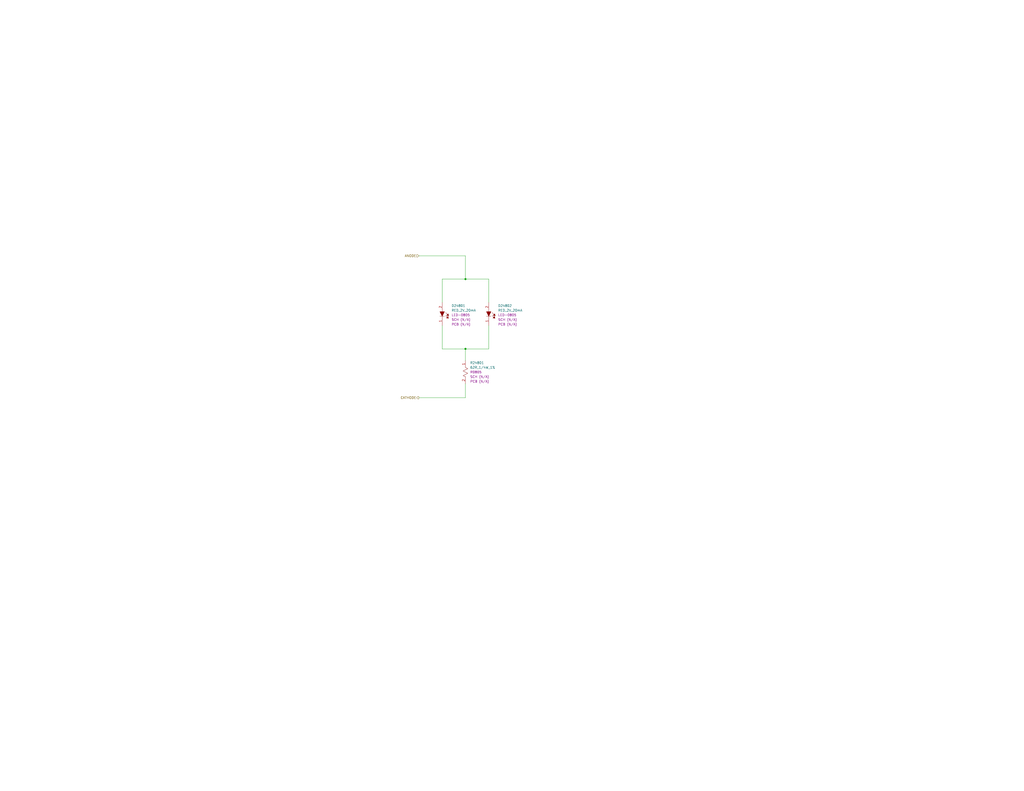
<source format=kicad_sch>
(kicad_sch (version 20231120) (generator "eeschema") (generator_version "8.0")
  (paper "C")
  (lib_symbols
    (symbol "_SCHLIB_Mini-Scoreboard:DIODE_LED_RED_2V_20mA_624nm_LED-0805"
      (property "Reference" "D" (at 3.556 4.064 0))
      (property "Value" "RED_2V_20mA" (at 3.81 6.604 0))
      (property "Package" "LED-0805" (at 3.81 35.306 0))
      (property "SCH CHECK" "SCH (N/A)" (at 3.81 29.972 0))
      (property "PCB CHECK" "PCB (N/A)" (at 3.81 32.512 0))
      (symbol "DIODE_LED_RED_2V_20mA_624nm_LED-0805_0_1"
        (polyline (pts (xy 5.588 1.905) (xy 6.604 2.794)))
        (polyline (pts (xy 7.239 1.905) (xy 8.001 2.667)))
        (polyline (pts (xy 7.62 -1.27) (xy 7.62 1.27)))
        (polyline (pts (xy 5.08 1.27) (xy 5.08 -1.27) (xy 7.62 0) (xy 5.08 1.27)) (fill (type outline)))
        (polyline (pts (xy 6.223 3.302) (xy 7.112 2.413) (xy 7.366 3.556) (xy 6.223 3.302)) (fill (type outline)))
        (polyline (pts (xy 7.62 3.175) (xy 8.509 2.286) (xy 8.763 3.429) (xy 7.62 3.175)) (fill (type outline)))
      )
      (symbol "DIODE_LED_RED_2V_20mA_624nm_LED-0805_1_1"
        (pin passive line (at 12.7 0 180) (length 5.08) (name "") (number "1"))
        (pin passive line (at 0 0 0) (length 5.08) (name "") (number "2"))
      )
    )
    (symbol "_SCHLIB_Mini-Scoreboard:RES_62R_1/4W_1%_R0805"
      (property "Reference" "R" (at 3.556 4.064 0))
      (property "Value" "62R_1/4W_1%" (at 3.81 6.604 0))
      (property "Package" "R0805" (at 3.81 35.306 0))
      (property "SCH CHECK" "SCH (N/A)" (at 3.81 29.972 0))
      (property "PCB CHECK" "PCB (N/A)" (at 3.81 32.512 0))
      (symbol "RES_62R_1/4W_1%_R0805_0_0"
        (polyline (pts (xy 3.81 0) (xy 4.445 1.27) (xy 5.715 -1.27) (xy 6.985 1.27) (xy 8.255 -1.27) (xy 8.89 0)))
      )
      (symbol "RES_62R_1/4W_1%_R0805_1_1"
        (pin passive line (at 0 0 0) (length 3.81) (name "") (number "1"))
        (pin passive line (at 12.7 0 180) (length 3.81) (name "") (number "2"))
      )
    )
  )
  (junction (at 254 190.5))
  (junction (at 254 152.4))
  (wire (pts (xy 254 190.5) (xy 254 196.85)))
  (wire (pts (xy 228.6 139.7) (xy 254 139.7)))
  (wire (pts (xy 266.7 177.8) (xy 266.7 190.5)))
  (wire (pts (xy 241.3 152.4) (xy 254 152.4)))
  (wire (pts (xy 266.7 190.5) (xy 254 190.5)))
  (wire (pts (xy 228.6 217.17) (xy 254 217.17)))
  (wire (pts (xy 266.7 152.4) (xy 266.7 165.1)))
  (wire (pts (xy 254 190.5) (xy 241.3 190.5)))
  (wire (pts (xy 254 152.4) (xy 266.7 152.4)))
  (wire (pts (xy 254 139.7) (xy 254 152.4)))
  (wire (pts (xy 241.3 165.1) (xy 241.3 152.4)))
  (wire (pts (xy 254 217.17) (xy 254 209.55)))
  (wire (pts (xy 241.3 177.8) (xy 241.3 190.5)))
  (hierarchical_label "ANODE" (shape input) (at 228.6 139.7 180))
  (hierarchical_label "CATHODE" (shape output) (at 228.6 217.17 180))
  (symbol (lib_id "_SCHLIB_Mini-Scoreboard:DIODE_LED_RED_2V_20mA_624nm_LED-0805") (at 241.3 165.1 270) (unit 1)
    (property "Reference" "D24801" (at 246.38 166.9414 90) (effects (justify left)))
    (property "Value" "RED_2V_20mA" (at 246.38 169.4814 90) (effects (justify left)))
    (property "Footprint" "LED_SMD:LED_0805_2012Metric" (effects (hide yes)))
    (property "Datasheet" "https://mm.digikey.com/Volume0/opasdata/d220001/medias/docus/3750/B1701USD-20D000114U1930.pdf" (effects (hide yes)))
    (property "Description" "Red 624nm LED Indication - Discrete 2V 0805 (2012 Metric)" (effects (hide yes)))
    (property "Package" "LED-0805" (at 246.38 172.0214 90) (effects (justify left)))
    (property "Part Number (Manufacturer)" "B1701USD-20D000114U1930" (effects (hide yes)))
    (property "Manufacturer" "Harvatek Corporation" (effects (hide yes)))
    (property "Part Number (Vendor)" "3147-B1701USD-20D000114U1930TR-ND" (effects (hide yes)))
    (property "Vendor" "Digikey" (effects (hide yes)))
    (property "Purchase Link" "https://www.digikey.ca/en/products/detail/harvatek-corporation/B1701USD-20D000114U1930/16671746" (effects (hide yes)))
    (property "SCH CHECK" "SCH (N/A)" (at 246.38 174.5614 90) (effects (justify left)))
    (property "PCB CHECK" "PCB (N/A)" (at 246.38 177.1014 90) (effects (justify left)))
    (instances (project "_HW_Mini-Scoreboard" (path "" (reference "D24801") (unit 1)) (path "" (reference "D25501") (unit 1)) (path "" (reference "D25201") (unit 1)) (path "" (reference "D24901") (unit 1)) (path "" (reference "D25901") (unit 1)) (path "" (reference "D25601") (unit 1)) (path "" (reference "D26001") (unit 1)) (path "" (reference "D25701") (unit 1)) (path "" (reference "D26101") (unit 1)) (path "" (reference "D25801") (unit 1)) (path "" (reference "D25301") (unit 1)) (path "" (reference "D25001") (unit 1)) (path "" (reference "D25401") (unit 1)) (path "" (reference "D25101") (unit 1)) (path "" (reference "D13901") (unit 1)) (path "" (reference "D14301") (unit 1)) (path "" (reference "D13601") (unit 1)) (path "" (reference "D13701") (unit 1)) (path "" (reference "D14601") (unit 1)) (path "" (reference "D14101") (unit 1)) (path "" (reference "D14501") (unit 1)) (path "" (reference "D14201") (unit 1)) (path "" (reference "D14401") (unit 1)) (path "" (reference "D14001") (unit 1)) (path "" (reference "D13401") (unit 1)) (path "" (reference "D13301") (unit 1)) (path "" (reference "D13501") (unit 1)) (path "" (reference "D13801") (unit 1))))
  )
  (symbol (lib_id "_SCHLIB_Mini-Scoreboard:DIODE_LED_RED_2V_20mA_624nm_LED-0805") (at 266.7 165.1 270) (unit 1)
    (property "Reference" "D24802" (at 271.78 166.9414 90) (effects (justify left)))
    (property "Value" "RED_2V_20mA" (at 271.78 169.4814 90) (effects (justify left)))
    (property "Footprint" "LED_SMD:LED_0805_2012Metric" (effects (hide yes)))
    (property "Datasheet" "https://mm.digikey.com/Volume0/opasdata/d220001/medias/docus/3750/B1701USD-20D000114U1930.pdf" (effects (hide yes)))
    (property "Description" "Red 624nm LED Indication - Discrete 2V 0805 (2012 Metric)" (effects (hide yes)))
    (property "Package" "LED-0805" (at 271.78 172.0214 90) (effects (justify left)))
    (property "Part Number (Manufacturer)" "B1701USD-20D000114U1930" (effects (hide yes)))
    (property "Manufacturer" "Harvatek Corporation" (effects (hide yes)))
    (property "Part Number (Vendor)" "3147-B1701USD-20D000114U1930TR-ND" (effects (hide yes)))
    (property "Vendor" "Digikey" (effects (hide yes)))
    (property "Purchase Link" "https://www.digikey.ca/en/products/detail/harvatek-corporation/B1701USD-20D000114U1930/16671746" (effects (hide yes)))
    (property "SCH CHECK" "SCH (N/A)" (at 271.78 174.5614 90) (effects (justify left)))
    (property "PCB CHECK" "PCB (N/A)" (at 271.78 177.1014 90) (effects (justify left)))
    (instances (project "_HW_Mini-Scoreboard" (path "" (reference "D24802") (unit 1)) (path "" (reference "D25502") (unit 1)) (path "" (reference "D25202") (unit 1)) (path "" (reference "D24902") (unit 1)) (path "" (reference "D25902") (unit 1)) (path "" (reference "D25602") (unit 1)) (path "" (reference "D26002") (unit 1)) (path "" (reference "D25702") (unit 1)) (path "" (reference "D26102") (unit 1)) (path "" (reference "D25802") (unit 1)) (path "" (reference "D25302") (unit 1)) (path "" (reference "D25002") (unit 1)) (path "" (reference "D25402") (unit 1)) (path "" (reference "D25102") (unit 1)) (path "" (reference "D13902") (unit 1)) (path "" (reference "D14302") (unit 1)) (path "" (reference "D13602") (unit 1)) (path "" (reference "D13702") (unit 1)) (path "" (reference "D14602") (unit 1)) (path "" (reference "D14102") (unit 1)) (path "" (reference "D14502") (unit 1)) (path "" (reference "D14202") (unit 1)) (path "" (reference "D14402") (unit 1)) (path "" (reference "D14002") (unit 1)) (path "" (reference "D13402") (unit 1)) (path "" (reference "D13302") (unit 1)) (path "" (reference "D13502") (unit 1)) (path "" (reference "D13802") (unit 1))))
  )
  (symbol (lib_id "_SCHLIB_Mini-Scoreboard:RES_62R_1/4W_1%_R0805") (at 254 196.85 270) (unit 1)
    (property "Reference" "R24801" (at 256.54 198.1199 90) (effects (justify left)))
    (property "Value" "62R_1/4W_1%" (at 256.54 200.6599 90) (effects (justify left)))
    (property "Footprint" "Resistor_SMD:R_0805_2012Metric" (effects (hide yes)))
    (property "Datasheet" "https://www.koaspeer.com/pdfs/RK73H.pdf" (effects (hide yes)))
    (property "Description" "62 Ohms ±1% 0.25W, 1/4W Chip Resistor 0805 (2012 Metric) Automotive AEC-Q200 Thick Film" (effects (hide yes)))
    (property "Package" "R0805" (at 256.54 203.1999 90) (effects (justify left)))
    (property "Part Number (Manufacturer)" "RK73H2ATTD62R0F" (effects (hide yes)))
    (property "Manufacturer" "KOA Speer Electronics, Inc." (effects (hide yes)))
    (property "Part Number (Vendor)" "2019-RK73H2ATTD62R0FTR-ND" (effects (hide yes)))
    (property "Vendor" "Digikey" (effects (hide yes)))
    (property "Purchase Link" "https://www.digikey.ca/en/products/detail/koa-speer-electronics-inc/RK73H2ATTD62R0F/10234567" (effects (hide yes)))
    (property "SCH CHECK" "SCH (N/A)" (at 256.54 205.7399 90) (effects (justify left)))
    (property "PCB CHECK" "PCB (N/A)" (at 256.54 208.2799 90) (effects (justify left)))
    (instances (project "_HW_Mini-Scoreboard" (path "" (reference "R24801") (unit 1)) (path "" (reference "R25501") (unit 1)) (path "" (reference "R25201") (unit 1)) (path "" (reference "R24901") (unit 1)) (path "" (reference "R25901") (unit 1)) (path "" (reference "R25601") (unit 1)) (path "" (reference "R26001") (unit 1)) (path "" (reference "R25701") (unit 1)) (path "" (reference "R26101") (unit 1)) (path "" (reference "R25801") (unit 1)) (path "" (reference "R25301") (unit 1)) (path "" (reference "R25001") (unit 1)) (path "" (reference "R25401") (unit 1)) (path "" (reference "R25101") (unit 1)) (path "" (reference "R13901") (unit 1)) (path "" (reference "R14301") (unit 1)) (path "" (reference "R13601") (unit 1)) (path "" (reference "R13701") (unit 1)) (path "" (reference "R14601") (unit 1)) (path "" (reference "R14101") (unit 1)) (path "" (reference "R14501") (unit 1)) (path "" (reference "R14201") (unit 1)) (path "" (reference "R14401") (unit 1)) (path "" (reference "R14001") (unit 1)) (path "" (reference "R13401") (unit 1)) (path "" (reference "R13301") (unit 1)) (path "" (reference "R13501") (unit 1)) (path "" (reference "R13801") (unit 1))))
  )
)
</source>
